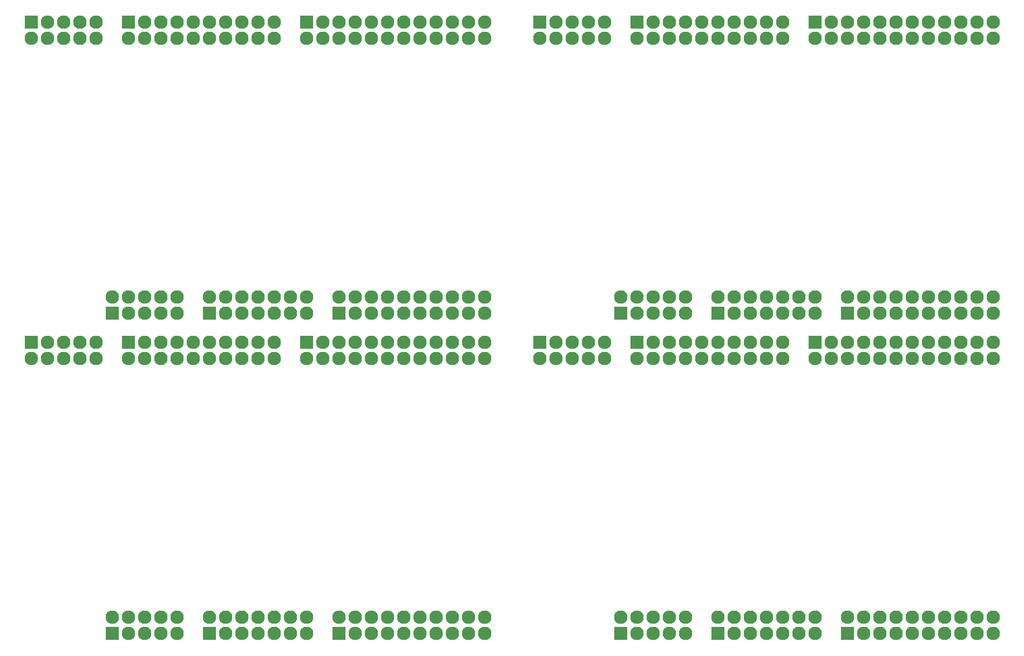
<source format=gbs>
G04 #@! TF.FileFunction,Soldermask,Bot*
%FSLAX46Y46*%
G04 Gerber Fmt 4.6, Leading zero omitted, Abs format (unit mm)*
G04 Created by KiCad (PCBNEW (after 2015-mar-04 BZR unknown)-product) date 2015年08月13日木曜日 20:06:45*
%MOMM*%
G01*
G04 APERTURE LIST*
%ADD10C,0.100000*%
%ADD11R,2.127200X2.127200*%
%ADD12O,2.127200X2.127200*%
G04 APERTURE END LIST*
D10*
D11*
X127000400Y47752000D03*
D12*
X127000400Y45212000D03*
X129540400Y47752000D03*
X129540400Y45212000D03*
X132080400Y47752000D03*
X132080400Y45212000D03*
X134620400Y47752000D03*
X134620400Y45212000D03*
X137160400Y47752000D03*
X137160400Y45212000D03*
X139700400Y47752000D03*
X139700400Y45212000D03*
X142240400Y47752000D03*
X142240400Y45212000D03*
X144780400Y47752000D03*
X144780400Y45212000D03*
X147320400Y47752000D03*
X147320400Y45212000D03*
X149860400Y47752000D03*
X149860400Y45212000D03*
X152400400Y47752000D03*
X152400400Y45212000D03*
X154940400Y47752000D03*
X154940400Y45212000D03*
D11*
X99060400Y47752000D03*
D12*
X99060400Y45212000D03*
X101600400Y47752000D03*
X101600400Y45212000D03*
X104140400Y47752000D03*
X104140400Y45212000D03*
X106680400Y47752000D03*
X106680400Y45212000D03*
X109220400Y47752000D03*
X109220400Y45212000D03*
X111760400Y47752000D03*
X111760400Y45212000D03*
X114300400Y47752000D03*
X114300400Y45212000D03*
X116840400Y47752000D03*
X116840400Y45212000D03*
X119380400Y47752000D03*
X119380400Y45212000D03*
X121920400Y47752000D03*
X121920400Y45212000D03*
D11*
X132080000Y2032000D03*
D12*
X132080000Y4572000D03*
X134620000Y2032000D03*
X134620000Y4572000D03*
X137160000Y2032000D03*
X137160000Y4572000D03*
X139700000Y2032000D03*
X139700000Y4572000D03*
X142240000Y2032000D03*
X142240000Y4572000D03*
X144780000Y2032000D03*
X144780000Y4572000D03*
X147320000Y2032000D03*
X147320000Y4572000D03*
X149860000Y2032000D03*
X149860000Y4572000D03*
X152400000Y2032000D03*
X152400000Y4572000D03*
X154940000Y2032000D03*
X154940000Y4572000D03*
D11*
X111760400Y2032200D03*
D12*
X111760400Y4572200D03*
X114300400Y2032200D03*
X114300400Y4572200D03*
X116840400Y2032200D03*
X116840400Y4572200D03*
X119380400Y2032200D03*
X119380400Y4572200D03*
X121920400Y2032200D03*
X121920400Y4572200D03*
X124460400Y2032200D03*
X124460400Y4572200D03*
X127000400Y2032200D03*
X127000400Y4572200D03*
D11*
X96520400Y2032200D03*
D12*
X96520400Y4572200D03*
X99060400Y2032200D03*
X99060400Y4572200D03*
X101600400Y2032200D03*
X101600400Y4572200D03*
X104140400Y2032200D03*
X104140400Y4572200D03*
X106680400Y2032200D03*
X106680400Y4572200D03*
D11*
X83820400Y47752000D03*
D12*
X83820400Y45212000D03*
X86360400Y47752000D03*
X86360400Y45212000D03*
X88900400Y47752000D03*
X88900400Y45212000D03*
X91440400Y47752000D03*
X91440400Y45212000D03*
X93980400Y47752000D03*
X93980400Y45212000D03*
D11*
X83820400Y98044000D03*
D12*
X83820400Y95504000D03*
X86360400Y98044000D03*
X86360400Y95504000D03*
X88900400Y98044000D03*
X88900400Y95504000D03*
X91440400Y98044000D03*
X91440400Y95504000D03*
X93980400Y98044000D03*
X93980400Y95504000D03*
D11*
X96520400Y52324200D03*
D12*
X96520400Y54864200D03*
X99060400Y52324200D03*
X99060400Y54864200D03*
X101600400Y52324200D03*
X101600400Y54864200D03*
X104140400Y52324200D03*
X104140400Y54864200D03*
X106680400Y52324200D03*
X106680400Y54864200D03*
D11*
X111760400Y52324200D03*
D12*
X111760400Y54864200D03*
X114300400Y52324200D03*
X114300400Y54864200D03*
X116840400Y52324200D03*
X116840400Y54864200D03*
X119380400Y52324200D03*
X119380400Y54864200D03*
X121920400Y52324200D03*
X121920400Y54864200D03*
X124460400Y52324200D03*
X124460400Y54864200D03*
X127000400Y52324200D03*
X127000400Y54864200D03*
D11*
X132080000Y52324000D03*
D12*
X132080000Y54864000D03*
X134620000Y52324000D03*
X134620000Y54864000D03*
X137160000Y52324000D03*
X137160000Y54864000D03*
X139700000Y52324000D03*
X139700000Y54864000D03*
X142240000Y52324000D03*
X142240000Y54864000D03*
X144780000Y52324000D03*
X144780000Y54864000D03*
X147320000Y52324000D03*
X147320000Y54864000D03*
X149860000Y52324000D03*
X149860000Y54864000D03*
X152400000Y52324000D03*
X152400000Y54864000D03*
X154940000Y52324000D03*
X154940000Y54864000D03*
D11*
X99060400Y98044000D03*
D12*
X99060400Y95504000D03*
X101600400Y98044000D03*
X101600400Y95504000D03*
X104140400Y98044000D03*
X104140400Y95504000D03*
X106680400Y98044000D03*
X106680400Y95504000D03*
X109220400Y98044000D03*
X109220400Y95504000D03*
X111760400Y98044000D03*
X111760400Y95504000D03*
X114300400Y98044000D03*
X114300400Y95504000D03*
X116840400Y98044000D03*
X116840400Y95504000D03*
X119380400Y98044000D03*
X119380400Y95504000D03*
X121920400Y98044000D03*
X121920400Y95504000D03*
D11*
X127000400Y98044000D03*
D12*
X127000400Y95504000D03*
X129540400Y98044000D03*
X129540400Y95504000D03*
X132080400Y98044000D03*
X132080400Y95504000D03*
X134620400Y98044000D03*
X134620400Y95504000D03*
X137160400Y98044000D03*
X137160400Y95504000D03*
X139700400Y98044000D03*
X139700400Y95504000D03*
X142240400Y98044000D03*
X142240400Y95504000D03*
X144780400Y98044000D03*
X144780400Y95504000D03*
X147320400Y98044000D03*
X147320400Y95504000D03*
X149860400Y98044000D03*
X149860400Y95504000D03*
X152400400Y98044000D03*
X152400400Y95504000D03*
X154940400Y98044000D03*
X154940400Y95504000D03*
D11*
X47244400Y98044000D03*
D12*
X47244400Y95504000D03*
X49784400Y98044000D03*
X49784400Y95504000D03*
X52324400Y98044000D03*
X52324400Y95504000D03*
X54864400Y98044000D03*
X54864400Y95504000D03*
X57404400Y98044000D03*
X57404400Y95504000D03*
X59944400Y98044000D03*
X59944400Y95504000D03*
X62484400Y98044000D03*
X62484400Y95504000D03*
X65024400Y98044000D03*
X65024400Y95504000D03*
X67564400Y98044000D03*
X67564400Y95504000D03*
X70104400Y98044000D03*
X70104400Y95504000D03*
X72644400Y98044000D03*
X72644400Y95504000D03*
X75184400Y98044000D03*
X75184400Y95504000D03*
D11*
X19304400Y98044000D03*
D12*
X19304400Y95504000D03*
X21844400Y98044000D03*
X21844400Y95504000D03*
X24384400Y98044000D03*
X24384400Y95504000D03*
X26924400Y98044000D03*
X26924400Y95504000D03*
X29464400Y98044000D03*
X29464400Y95504000D03*
X32004400Y98044000D03*
X32004400Y95504000D03*
X34544400Y98044000D03*
X34544400Y95504000D03*
X37084400Y98044000D03*
X37084400Y95504000D03*
X39624400Y98044000D03*
X39624400Y95504000D03*
X42164400Y98044000D03*
X42164400Y95504000D03*
D11*
X52324000Y52324000D03*
D12*
X52324000Y54864000D03*
X54864000Y52324000D03*
X54864000Y54864000D03*
X57404000Y52324000D03*
X57404000Y54864000D03*
X59944000Y52324000D03*
X59944000Y54864000D03*
X62484000Y52324000D03*
X62484000Y54864000D03*
X65024000Y52324000D03*
X65024000Y54864000D03*
X67564000Y52324000D03*
X67564000Y54864000D03*
X70104000Y52324000D03*
X70104000Y54864000D03*
X72644000Y52324000D03*
X72644000Y54864000D03*
X75184000Y52324000D03*
X75184000Y54864000D03*
D11*
X32004400Y52324200D03*
D12*
X32004400Y54864200D03*
X34544400Y52324200D03*
X34544400Y54864200D03*
X37084400Y52324200D03*
X37084400Y54864200D03*
X39624400Y52324200D03*
X39624400Y54864200D03*
X42164400Y52324200D03*
X42164400Y54864200D03*
X44704400Y52324200D03*
X44704400Y54864200D03*
X47244400Y52324200D03*
X47244400Y54864200D03*
D11*
X16764400Y52324200D03*
D12*
X16764400Y54864200D03*
X19304400Y52324200D03*
X19304400Y54864200D03*
X21844400Y52324200D03*
X21844400Y54864200D03*
X24384400Y52324200D03*
X24384400Y54864200D03*
X26924400Y52324200D03*
X26924400Y54864200D03*
D11*
X4064400Y98044000D03*
D12*
X4064400Y95504000D03*
X6604400Y98044000D03*
X6604400Y95504000D03*
X9144400Y98044000D03*
X9144400Y95504000D03*
X11684400Y98044000D03*
X11684400Y95504000D03*
X14224400Y98044000D03*
X14224400Y95504000D03*
D11*
X4064400Y47752000D03*
D12*
X4064400Y45212000D03*
X6604400Y47752000D03*
X6604400Y45212000D03*
X9144400Y47752000D03*
X9144400Y45212000D03*
X11684400Y47752000D03*
X11684400Y45212000D03*
X14224400Y47752000D03*
X14224400Y45212000D03*
D11*
X16764400Y2032200D03*
D12*
X16764400Y4572200D03*
X19304400Y2032200D03*
X19304400Y4572200D03*
X21844400Y2032200D03*
X21844400Y4572200D03*
X24384400Y2032200D03*
X24384400Y4572200D03*
X26924400Y2032200D03*
X26924400Y4572200D03*
D11*
X32004400Y2032200D03*
D12*
X32004400Y4572200D03*
X34544400Y2032200D03*
X34544400Y4572200D03*
X37084400Y2032200D03*
X37084400Y4572200D03*
X39624400Y2032200D03*
X39624400Y4572200D03*
X42164400Y2032200D03*
X42164400Y4572200D03*
X44704400Y2032200D03*
X44704400Y4572200D03*
X47244400Y2032200D03*
X47244400Y4572200D03*
D11*
X52324000Y2032000D03*
D12*
X52324000Y4572000D03*
X54864000Y2032000D03*
X54864000Y4572000D03*
X57404000Y2032000D03*
X57404000Y4572000D03*
X59944000Y2032000D03*
X59944000Y4572000D03*
X62484000Y2032000D03*
X62484000Y4572000D03*
X65024000Y2032000D03*
X65024000Y4572000D03*
X67564000Y2032000D03*
X67564000Y4572000D03*
X70104000Y2032000D03*
X70104000Y4572000D03*
X72644000Y2032000D03*
X72644000Y4572000D03*
X75184000Y2032000D03*
X75184000Y4572000D03*
D11*
X19304400Y47752000D03*
D12*
X19304400Y45212000D03*
X21844400Y47752000D03*
X21844400Y45212000D03*
X24384400Y47752000D03*
X24384400Y45212000D03*
X26924400Y47752000D03*
X26924400Y45212000D03*
X29464400Y47752000D03*
X29464400Y45212000D03*
X32004400Y47752000D03*
X32004400Y45212000D03*
X34544400Y47752000D03*
X34544400Y45212000D03*
X37084400Y47752000D03*
X37084400Y45212000D03*
X39624400Y47752000D03*
X39624400Y45212000D03*
X42164400Y47752000D03*
X42164400Y45212000D03*
D11*
X47244400Y47752000D03*
D12*
X47244400Y45212000D03*
X49784400Y47752000D03*
X49784400Y45212000D03*
X52324400Y47752000D03*
X52324400Y45212000D03*
X54864400Y47752000D03*
X54864400Y45212000D03*
X57404400Y47752000D03*
X57404400Y45212000D03*
X59944400Y47752000D03*
X59944400Y45212000D03*
X62484400Y47752000D03*
X62484400Y45212000D03*
X65024400Y47752000D03*
X65024400Y45212000D03*
X67564400Y47752000D03*
X67564400Y45212000D03*
X70104400Y47752000D03*
X70104400Y45212000D03*
X72644400Y47752000D03*
X72644400Y45212000D03*
X75184400Y47752000D03*
X75184400Y45212000D03*
M02*

</source>
